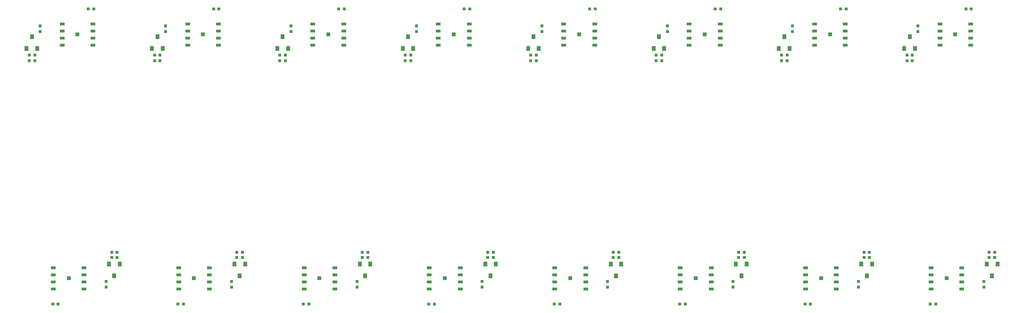
<source format=gbp>
G04 EAGLE Gerber RS-274X export*
G75*
%MOMM*%
%FSLAX34Y34*%
%LPD*%
%INSolderpaste Bottom*%
%IPPOS*%
%AMOC8*
5,1,8,0,0,1.08239X$1,22.5*%
G01*
%ADD10R,0.600000X0.600000*%
%ADD11R,0.850000X0.500000*%
%ADD12R,0.800000X0.800000*%
%ADD13R,0.800000X0.900000*%


D10*
X169060Y114330D03*
X169060Y124330D03*
X189000Y177200D03*
X179000Y177200D03*
X73200Y84000D03*
X83200Y84000D03*
D11*
X74250Y110950D03*
X74250Y123650D03*
X74250Y136350D03*
X74250Y149050D03*
X129750Y136350D03*
X129750Y149050D03*
X129750Y123650D03*
X129750Y110950D03*
D12*
X102000Y130000D03*
D10*
X179000Y167300D03*
X189000Y167300D03*
D13*
X174500Y155300D03*
X193500Y155300D03*
X184000Y134300D03*
D10*
X394129Y114330D03*
X394129Y124330D03*
X414069Y177200D03*
X404069Y177200D03*
X298269Y84000D03*
X308269Y84000D03*
D11*
X299319Y110950D03*
X299319Y123650D03*
X299319Y136350D03*
X299319Y149050D03*
X354819Y136350D03*
X354819Y149050D03*
X354819Y123650D03*
X354819Y110950D03*
D12*
X327069Y130000D03*
D10*
X404069Y167300D03*
X414069Y167300D03*
D13*
X399569Y155300D03*
X418569Y155300D03*
X409069Y134300D03*
D10*
X619224Y114330D03*
X619224Y124330D03*
X639164Y177200D03*
X629164Y177200D03*
X523364Y84000D03*
X533364Y84000D03*
D11*
X524414Y110950D03*
X524414Y123650D03*
X524414Y136350D03*
X524414Y149050D03*
X579914Y136350D03*
X579914Y149050D03*
X579914Y123650D03*
X579914Y110950D03*
D12*
X552164Y130000D03*
D10*
X629164Y167300D03*
X639164Y167300D03*
D13*
X624664Y155300D03*
X643664Y155300D03*
X634164Y134300D03*
D10*
X844294Y114330D03*
X844294Y124330D03*
X864234Y177200D03*
X854234Y177200D03*
X748434Y84000D03*
X758434Y84000D03*
D11*
X749484Y110950D03*
X749484Y123650D03*
X749484Y136350D03*
X749484Y149050D03*
X804984Y136350D03*
X804984Y149050D03*
X804984Y123650D03*
X804984Y110950D03*
D12*
X777234Y130000D03*
D10*
X854234Y167300D03*
X864234Y167300D03*
D13*
X849734Y155300D03*
X868734Y155300D03*
X859234Y134300D03*
D10*
X1069388Y114330D03*
X1069388Y124330D03*
X1089328Y177200D03*
X1079328Y177200D03*
X973528Y84000D03*
X983528Y84000D03*
D11*
X974578Y110950D03*
X974578Y123650D03*
X974578Y136350D03*
X974578Y149050D03*
X1030078Y136350D03*
X1030078Y149050D03*
X1030078Y123650D03*
X1030078Y110950D03*
D12*
X1002328Y130000D03*
D10*
X1079328Y167300D03*
X1089328Y167300D03*
D13*
X1074828Y155300D03*
X1093828Y155300D03*
X1084328Y134300D03*
D10*
X1294458Y114330D03*
X1294458Y124330D03*
X1314398Y177200D03*
X1304398Y177200D03*
X1198598Y84000D03*
X1208598Y84000D03*
D11*
X1199648Y110950D03*
X1199648Y123650D03*
X1199648Y136350D03*
X1199648Y149050D03*
X1255148Y136350D03*
X1255148Y149050D03*
X1255148Y123650D03*
X1255148Y110950D03*
D12*
X1227398Y130000D03*
D10*
X1304398Y167300D03*
X1314398Y167300D03*
D13*
X1299898Y155300D03*
X1318898Y155300D03*
X1309398Y134300D03*
D10*
X1519553Y114330D03*
X1519553Y124330D03*
X1539493Y177200D03*
X1529493Y177200D03*
X1423693Y84000D03*
X1433693Y84000D03*
D11*
X1424743Y110950D03*
X1424743Y123650D03*
X1424743Y136350D03*
X1424743Y149050D03*
X1480243Y136350D03*
X1480243Y149050D03*
X1480243Y123650D03*
X1480243Y110950D03*
D12*
X1452493Y130000D03*
D10*
X1529493Y167300D03*
X1539493Y167300D03*
D13*
X1524993Y155300D03*
X1543993Y155300D03*
X1534493Y134300D03*
D10*
X1744622Y114330D03*
X1744622Y124330D03*
X1764562Y177200D03*
X1754562Y177200D03*
X1648762Y84000D03*
X1658762Y84000D03*
D11*
X1649812Y110950D03*
X1649812Y123650D03*
X1649812Y136350D03*
X1649812Y149050D03*
X1705312Y136350D03*
X1705312Y149050D03*
X1705312Y123650D03*
X1705312Y110950D03*
D12*
X1677562Y130000D03*
D10*
X1754562Y167300D03*
X1764562Y167300D03*
D13*
X1750062Y155300D03*
X1769062Y155300D03*
X1759562Y134300D03*
D10*
X50929Y584170D03*
X50929Y574170D03*
X30989Y521300D03*
X40989Y521300D03*
X146789Y614500D03*
X136789Y614500D03*
D11*
X145739Y587550D03*
X145739Y574850D03*
X145739Y562150D03*
X145739Y549450D03*
X90239Y562150D03*
X90239Y549450D03*
X90239Y574850D03*
X90239Y587550D03*
D12*
X117989Y568500D03*
D10*
X40989Y531200D03*
X30989Y531200D03*
D13*
X45489Y543200D03*
X26489Y543200D03*
X35989Y564200D03*
D10*
X276024Y584170D03*
X276024Y574170D03*
X256084Y521300D03*
X266084Y521300D03*
X371884Y614500D03*
X361884Y614500D03*
D11*
X370834Y587550D03*
X370834Y574850D03*
X370834Y562150D03*
X370834Y549450D03*
X315334Y562150D03*
X315334Y549450D03*
X315334Y574850D03*
X315334Y587550D03*
D12*
X343084Y568500D03*
D10*
X266084Y531200D03*
X256084Y531200D03*
D13*
X270584Y543200D03*
X251584Y543200D03*
X261084Y564200D03*
D10*
X501094Y584170D03*
X501094Y574170D03*
X481154Y521300D03*
X491154Y521300D03*
X596954Y614500D03*
X586954Y614500D03*
D11*
X595904Y587550D03*
X595904Y574850D03*
X595904Y562150D03*
X595904Y549450D03*
X540404Y562150D03*
X540404Y549450D03*
X540404Y574850D03*
X540404Y587550D03*
D12*
X568154Y568500D03*
D10*
X491154Y531200D03*
X481154Y531200D03*
D13*
X495654Y543200D03*
X476654Y543200D03*
X486154Y564200D03*
D10*
X726188Y584170D03*
X726188Y574170D03*
X706248Y521300D03*
X716248Y521300D03*
X822048Y614500D03*
X812048Y614500D03*
D11*
X820998Y587550D03*
X820998Y574850D03*
X820998Y562150D03*
X820998Y549450D03*
X765498Y562150D03*
X765498Y549450D03*
X765498Y574850D03*
X765498Y587550D03*
D12*
X793248Y568500D03*
D10*
X716248Y531200D03*
X706248Y531200D03*
D13*
X720748Y543200D03*
X701748Y543200D03*
X711248Y564200D03*
D10*
X951258Y584170D03*
X951258Y574170D03*
X931318Y521300D03*
X941318Y521300D03*
X1047118Y614500D03*
X1037118Y614500D03*
D11*
X1046068Y587550D03*
X1046068Y574850D03*
X1046068Y562150D03*
X1046068Y549450D03*
X990568Y562150D03*
X990568Y549450D03*
X990568Y574850D03*
X990568Y587550D03*
D12*
X1018318Y568500D03*
D10*
X941318Y531200D03*
X931318Y531200D03*
D13*
X945818Y543200D03*
X926818Y543200D03*
X936318Y564200D03*
D10*
X1176353Y584170D03*
X1176353Y574170D03*
X1156413Y521300D03*
X1166413Y521300D03*
X1272213Y614500D03*
X1262213Y614500D03*
D11*
X1271163Y587550D03*
X1271163Y574850D03*
X1271163Y562150D03*
X1271163Y549450D03*
X1215663Y562150D03*
X1215663Y549450D03*
X1215663Y574850D03*
X1215663Y587550D03*
D12*
X1243413Y568500D03*
D10*
X1166413Y531200D03*
X1156413Y531200D03*
D13*
X1170913Y543200D03*
X1151913Y543200D03*
X1161413Y564200D03*
D10*
X1401422Y584170D03*
X1401422Y574170D03*
X1381482Y521300D03*
X1391482Y521300D03*
X1497282Y614500D03*
X1487282Y614500D03*
D11*
X1496232Y587550D03*
X1496232Y574850D03*
X1496232Y562150D03*
X1496232Y549450D03*
X1440732Y562150D03*
X1440732Y549450D03*
X1440732Y574850D03*
X1440732Y587550D03*
D12*
X1468482Y568500D03*
D10*
X1391482Y531200D03*
X1381482Y531200D03*
D13*
X1395982Y543200D03*
X1376982Y543200D03*
X1386482Y564200D03*
D10*
X1626491Y584170D03*
X1626491Y574170D03*
X1606551Y521300D03*
X1616551Y521300D03*
X1722351Y614500D03*
X1712351Y614500D03*
D11*
X1721301Y587550D03*
X1721301Y574850D03*
X1721301Y562150D03*
X1721301Y549450D03*
X1665801Y562150D03*
X1665801Y549450D03*
X1665801Y574850D03*
X1665801Y587550D03*
D12*
X1693551Y568500D03*
D10*
X1616551Y531200D03*
X1606551Y531200D03*
D13*
X1621051Y543200D03*
X1602051Y543200D03*
X1611551Y564200D03*
M02*

</source>
